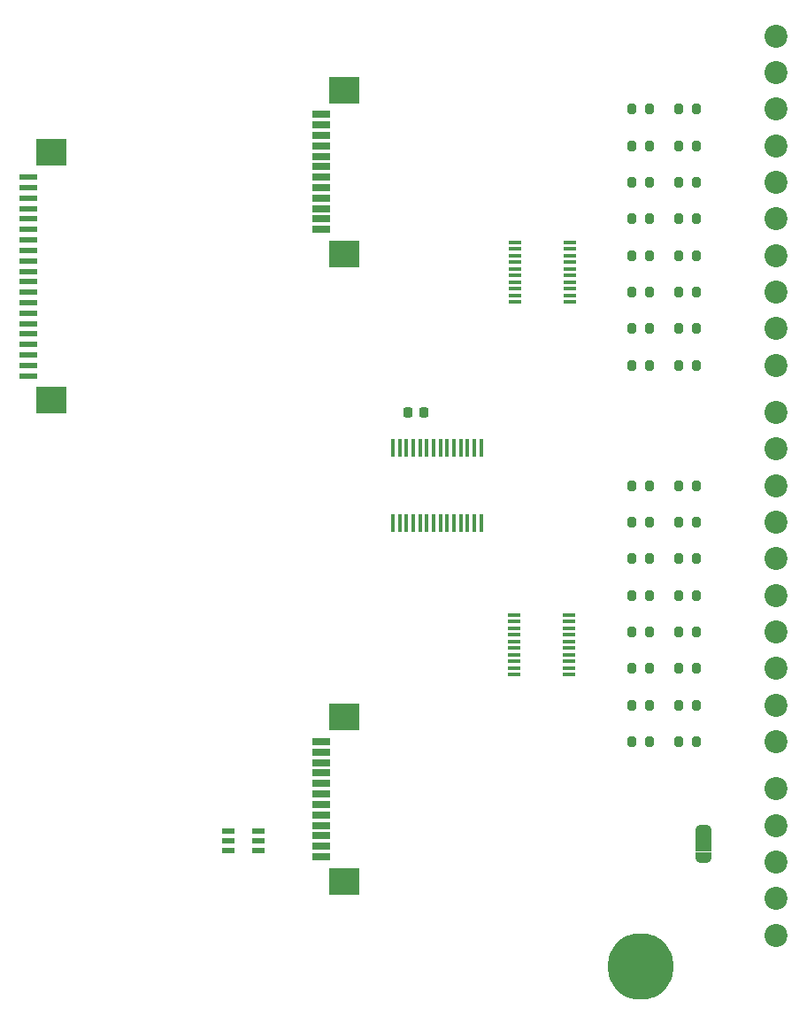
<source format=gbr>
%TF.GenerationSoftware,KiCad,Pcbnew,9.0.3*%
%TF.CreationDate,2025-09-01T16:02:37+03:00*%
%TF.ProjectId,PMCNV-DI16,504d434e-562d-4444-9931-362e6b696361,rev?*%
%TF.SameCoordinates,Original*%
%TF.FileFunction,Soldermask,Top*%
%TF.FilePolarity,Negative*%
%FSLAX46Y46*%
G04 Gerber Fmt 4.6, Leading zero omitted, Abs format (unit mm)*
G04 Created by KiCad (PCBNEW 9.0.3) date 2025-09-01 16:02:37*
%MOMM*%
%LPD*%
G01*
G04 APERTURE LIST*
G04 Aperture macros list*
%AMRoundRect*
0 Rectangle with rounded corners*
0 $1 Rounding radius*
0 $2 $3 $4 $5 $6 $7 $8 $9 X,Y pos of 4 corners*
0 Add a 4 corners polygon primitive as box body*
4,1,4,$2,$3,$4,$5,$6,$7,$8,$9,$2,$3,0*
0 Add four circle primitives for the rounded corners*
1,1,$1+$1,$2,$3*
1,1,$1+$1,$4,$5*
1,1,$1+$1,$6,$7*
1,1,$1+$1,$8,$9*
0 Add four rect primitives between the rounded corners*
20,1,$1+$1,$2,$3,$4,$5,0*
20,1,$1+$1,$4,$5,$6,$7,0*
20,1,$1+$1,$6,$7,$8,$9,0*
20,1,$1+$1,$8,$9,$2,$3,0*%
%AMFreePoly0*
4,1,23,0.550000,-0.750000,0.000000,-0.750000,0.000000,-0.745722,-0.065263,-0.745722,-0.191342,-0.711940,-0.304381,-0.646677,-0.396677,-0.554381,-0.461940,-0.441342,-0.495722,-0.315263,-0.495722,-0.250000,-0.500000,-0.250000,-0.500000,0.250000,-0.495722,0.250000,-0.495722,0.315263,-0.461940,0.441342,-0.396677,0.554381,-0.304381,0.646677,-0.191342,0.711940,-0.065263,0.745722,0.000000,0.745722,
0.000000,0.750000,0.550000,0.750000,0.550000,-0.750000,0.550000,-0.750000,$1*%
%AMFreePoly1*
4,1,23,0.000000,0.745722,0.065263,0.745722,0.191342,0.711940,0.304381,0.646677,0.396677,0.554381,0.461940,0.441342,0.495722,0.315263,0.495722,0.250000,0.500000,0.250000,0.500000,-0.250000,0.495722,-0.250000,0.495722,-0.315263,0.461940,-0.441342,0.396677,-0.554381,0.304381,-0.646677,0.191342,-0.711940,0.065263,-0.745722,0.000000,-0.745722,0.000000,-0.750000,-0.550000,-0.750000,
-0.550000,0.750000,0.000000,0.750000,0.000000,0.745722,0.000000,0.745722,$1*%
G04 Aperture macros list end*
%ADD10RoundRect,0.200000X-0.200000X-0.275000X0.200000X-0.275000X0.200000X0.275000X-0.200000X0.275000X0*%
%ADD11R,1.181100X0.558800*%
%ADD12R,1.200000X0.400000*%
%ADD13RoundRect,0.225000X0.225000X0.250000X-0.225000X0.250000X-0.225000X-0.250000X0.225000X-0.250000X0*%
%ADD14R,0.431800X1.655601*%
%ADD15R,1.803400X0.635000*%
%ADD16R,2.997200X2.590800*%
%ADD17C,2.200000*%
%ADD18R,1.800000X0.600000*%
%ADD19R,3.000000X2.600000*%
%ADD20FreePoly0,90.000000*%
%ADD21R,1.500000X1.000000*%
%ADD22FreePoly1,90.000000*%
%ADD23O,6.350000X6.350000*%
G04 APERTURE END LIST*
%TO.C,JP10*%
G36*
X27250000Y-35000000D02*
G01*
X28750000Y-35000000D01*
X28750000Y-33500000D01*
X27250000Y-33500000D01*
X27250000Y-35000000D01*
G37*
%TD*%
D10*
%TO.C,R31*%
X25675000Y-21000000D03*
X27325000Y-21000000D03*
%TD*%
D11*
%TO.C,U4*%
X-17466850Y-33049999D03*
X-17466850Y-34000000D03*
X-17466850Y-34950001D03*
X-14533150Y-34950001D03*
X-14533150Y-34000000D03*
X-14533150Y-33049999D03*
%TD*%
D10*
%TO.C,R16*%
X25675000Y11500000D03*
X27325000Y11500000D03*
%TD*%
%TO.C,R13*%
X21175000Y15000000D03*
X22825000Y15000000D03*
%TD*%
%TO.C,R18*%
X21175000Y-3500000D03*
X22825000Y-3500000D03*
%TD*%
%TO.C,R28*%
X25675000Y-10500000D03*
X27325000Y-10500000D03*
%TD*%
D12*
%TO.C,U5*%
X15200000Y17550000D03*
X15200000Y18185000D03*
X15200000Y18820000D03*
X15200000Y19455000D03*
X15200000Y20090000D03*
X15200000Y20725000D03*
X15200000Y21360000D03*
X15200000Y21995000D03*
X15200000Y22630000D03*
X15200000Y23265000D03*
X10000000Y23265000D03*
X10000000Y22630000D03*
X10000000Y21995000D03*
X10000000Y21360000D03*
X10000000Y20725000D03*
X10000000Y20090000D03*
X10000000Y19455000D03*
X10000000Y18820000D03*
X10000000Y18185000D03*
X10000000Y17550000D03*
%TD*%
D10*
%TO.C,R4*%
X25675000Y32500000D03*
X27325000Y32500000D03*
%TD*%
%TO.C,R24*%
X21175000Y-24500000D03*
X22825000Y-24500000D03*
%TD*%
%TO.C,R23*%
X21175000Y-21000000D03*
X22825000Y-21000000D03*
%TD*%
%TO.C,R11*%
X21175000Y18500000D03*
X22825000Y18500000D03*
%TD*%
%TO.C,R2*%
X25675000Y36000000D03*
X27325000Y36000000D03*
%TD*%
D13*
%TO.C,C1*%
X1275000Y7000000D03*
X-275000Y7000000D03*
%TD*%
D10*
%TO.C,R20*%
X21175000Y-10500000D03*
X22825000Y-10500000D03*
%TD*%
D14*
%TO.C,U1*%
X6745000Y3627801D03*
X6094999Y3627801D03*
X5445000Y3627801D03*
X4794999Y3627801D03*
X4145001Y3627801D03*
X3494999Y3627801D03*
X2845001Y3627801D03*
X2195002Y3627801D03*
X1545001Y3627801D03*
X895002Y3627801D03*
X245001Y3627801D03*
X-404998Y3627801D03*
X-1054999Y3627801D03*
X-1704998Y3627801D03*
X-1705000Y-3627801D03*
X-1054999Y-3627801D03*
X-405000Y-3627801D03*
X245001Y-3627801D03*
X894999Y-3627801D03*
X1545001Y-3627801D03*
X2194999Y-3627801D03*
X2845001Y-3627801D03*
X3494999Y-3627801D03*
X4145001Y-3627801D03*
X4794999Y-3627801D03*
X5445000Y-3627801D03*
X6094999Y-3627801D03*
X6745000Y-3627801D03*
%TD*%
D10*
%TO.C,R5*%
X21175000Y29000000D03*
X22825000Y29000000D03*
%TD*%
D15*
%TO.C,J12*%
X-8556000Y24500008D03*
X-8556000Y25500006D03*
X-8556000Y26500004D03*
X-8556000Y27500002D03*
X-8556000Y28500000D03*
X-8556000Y29500000D03*
X-8556000Y30500000D03*
X-8556000Y31500000D03*
X-8556000Y32499998D03*
X-8556000Y33499996D03*
X-8556000Y34499994D03*
X-8556000Y35499992D03*
D16*
X-6385999Y22149997D03*
X-6385999Y37850003D03*
%TD*%
D10*
%TO.C,R3*%
X21175000Y32500000D03*
X22825000Y32500000D03*
%TD*%
D17*
%TO.C,J6*%
X35000000Y-43000000D03*
X35000000Y-39500000D03*
X35000000Y-36000000D03*
X35000000Y-32500000D03*
X35000000Y-29000000D03*
%TD*%
D10*
%TO.C,R26*%
X25675000Y-3500000D03*
X27325000Y-3500000D03*
%TD*%
%TO.C,R7*%
X21175000Y25500000D03*
X22825000Y25500000D03*
%TD*%
%TO.C,R17*%
X21175000Y0D03*
X22825000Y0D03*
%TD*%
%TO.C,R32*%
X25675000Y-24500000D03*
X27325000Y-24500000D03*
%TD*%
D18*
%TO.C,JM1*%
X-36546000Y10500000D03*
X-36546000Y11500000D03*
X-36546000Y12500000D03*
X-36546000Y13500000D03*
X-36546000Y14500000D03*
X-36546000Y15500000D03*
X-36546000Y16500000D03*
X-36546000Y17500000D03*
X-36546000Y18500000D03*
X-36546000Y19500000D03*
X-36546000Y20500000D03*
X-36546000Y21500000D03*
X-36546000Y22500000D03*
X-36546000Y23500000D03*
X-36546000Y24500000D03*
X-36546000Y25500000D03*
X-36546000Y26500000D03*
X-36546000Y27500000D03*
X-36546000Y28500000D03*
X-36546000Y29500000D03*
D19*
X-34375000Y8150000D03*
X-34375000Y31850000D03*
%TD*%
D10*
%TO.C,R8*%
X25675000Y25500000D03*
X27325000Y25500000D03*
%TD*%
%TO.C,R30*%
X25675000Y-17500000D03*
X27325000Y-17500000D03*
%TD*%
%TO.C,R6*%
X25675000Y29000000D03*
X27325000Y29000000D03*
%TD*%
%TO.C,R1*%
X21175000Y36000000D03*
X22825000Y36000000D03*
%TD*%
%TO.C,R22*%
X21175000Y-17500000D03*
X22825000Y-17500000D03*
%TD*%
D15*
%TO.C,J2*%
X-8556000Y-35499992D03*
X-8556000Y-34499994D03*
X-8556000Y-33499996D03*
X-8556000Y-32499998D03*
X-8556000Y-31500000D03*
X-8556000Y-30500000D03*
X-8556000Y-29500000D03*
X-8556000Y-28500000D03*
X-8556000Y-27500002D03*
X-8556000Y-26500004D03*
X-8556000Y-25500006D03*
X-8556000Y-24500008D03*
D16*
X-6385999Y-37850003D03*
X-6385999Y-22149997D03*
%TD*%
D10*
%TO.C,R10*%
X25675000Y22000000D03*
X27325000Y22000000D03*
%TD*%
%TO.C,R14*%
X25675000Y15000000D03*
X27325000Y15000000D03*
%TD*%
D12*
%TO.C,U3*%
X15140000Y-18097500D03*
X15140000Y-17462500D03*
X15140000Y-16827500D03*
X15140000Y-16192500D03*
X15140000Y-15557500D03*
X15140000Y-14922500D03*
X15140000Y-14287500D03*
X15140000Y-13652500D03*
X15140000Y-13017500D03*
X15140000Y-12382500D03*
X9940000Y-12382500D03*
X9940000Y-13017500D03*
X9940000Y-13652500D03*
X9940000Y-14287500D03*
X9940000Y-14922500D03*
X9940000Y-15557500D03*
X9940000Y-16192500D03*
X9940000Y-16827500D03*
X9940000Y-17462500D03*
X9940000Y-18097500D03*
%TD*%
D20*
%TO.C,JP10*%
X28000000Y-35550000D03*
D21*
X28000000Y-34250000D03*
D22*
X28000000Y-32950000D03*
%TD*%
D10*
%TO.C,R12*%
X25675000Y18500000D03*
X27325000Y18500000D03*
%TD*%
%TO.C,R9*%
X21175000Y22000000D03*
X22825000Y22000000D03*
%TD*%
%TO.C,R19*%
X21175000Y-7000000D03*
X22825000Y-7000000D03*
%TD*%
D17*
%TO.C,J4*%
X35000000Y-24500000D03*
X35000000Y-21000000D03*
X35000000Y-17500000D03*
X35000000Y-14000000D03*
X35000000Y-10500000D03*
X35000000Y-7000000D03*
X35000000Y-3500000D03*
X35000000Y0D03*
X35000000Y3500000D03*
X35000000Y7000000D03*
%TD*%
D10*
%TO.C,R27*%
X25675000Y-7000000D03*
X27325000Y-7000000D03*
%TD*%
%TO.C,R25*%
X25675000Y0D03*
X27325000Y0D03*
%TD*%
%TO.C,R21*%
X21175000Y-14000000D03*
X22825000Y-14000000D03*
%TD*%
D23*
%TO.C,PE1*%
X22000000Y-46000000D03*
%TD*%
D17*
%TO.C,J3*%
X35000000Y11500000D03*
X35000000Y15000000D03*
X35000000Y18500000D03*
X35000000Y22000000D03*
X35000000Y25500000D03*
X35000000Y29000000D03*
X35000000Y32500000D03*
X35000000Y36000000D03*
X35000000Y39500000D03*
X35000000Y43000000D03*
%TD*%
D10*
%TO.C,R29*%
X25675000Y-14000000D03*
X27325000Y-14000000D03*
%TD*%
%TO.C,R15*%
X21175000Y11500000D03*
X22825000Y11500000D03*
%TD*%
M02*

</source>
